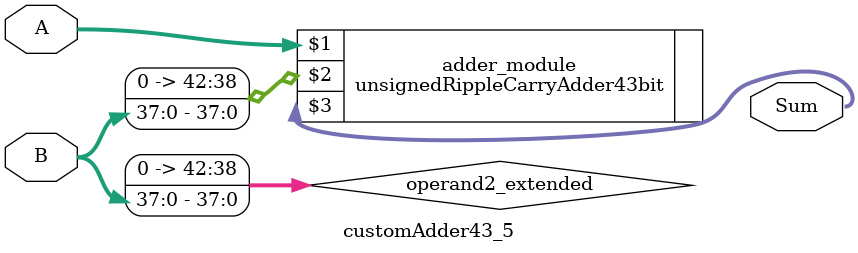
<source format=v>
module customAdder43_5(
                        input [42 : 0] A,
                        input [37 : 0] B,
                        
                        output [43 : 0] Sum
                );

        wire [42 : 0] operand2_extended;
        
        assign operand2_extended =  {5'b0, B};
        
        unsignedRippleCarryAdder43bit adder_module(
            A,
            operand2_extended,
            Sum
        );
        
        endmodule
        
</source>
